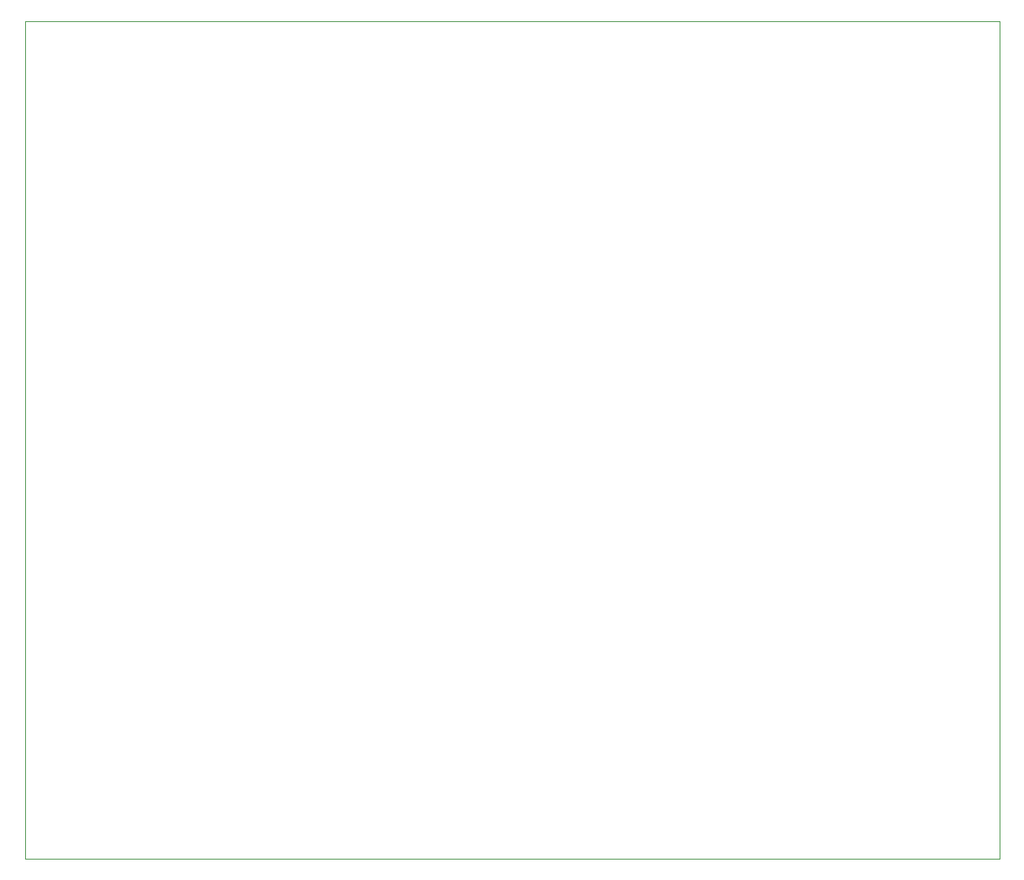
<source format=gbr>
G04 #@! TF.GenerationSoftware,KiCad,Pcbnew,(5.1.5)-3*
G04 #@! TF.CreationDate,2021-02-24T13:16:18+01:00*
G04 #@! TF.ProjectId,Projekt,50726f6a-656b-4742-9e6b-696361645f70,rev?*
G04 #@! TF.SameCoordinates,PX3778af0PY9765530*
G04 #@! TF.FileFunction,Profile,NP*
%FSLAX46Y46*%
G04 Gerber Fmt 4.6, Leading zero omitted, Abs format (unit mm)*
G04 Created by KiCad (PCBNEW (5.1.5)-3) date 2021-02-24 13:16:18*
%MOMM*%
%LPD*%
G04 APERTURE LIST*
%ADD10C,0.100000*%
G04 APERTURE END LIST*
D10*
X2794000Y2540000D02*
X2794000Y92710000D01*
X107696000Y2540000D02*
X2794000Y2540000D01*
X2794000Y92710000D02*
X107696000Y92710000D01*
X107696000Y92710000D02*
X107696000Y2540000D01*
M02*

</source>
